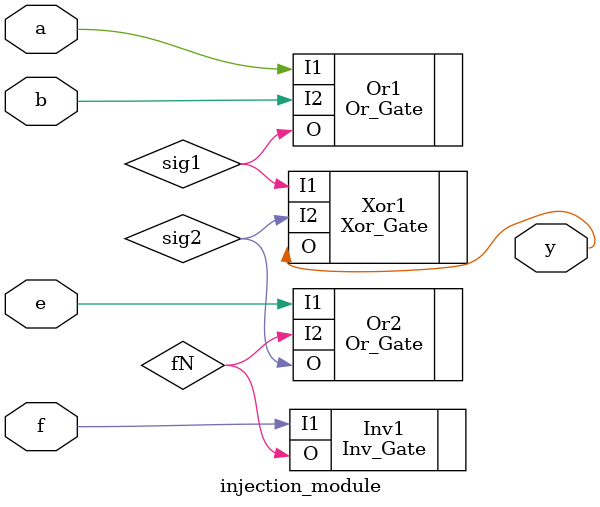
<source format=v>
module injection_module ( input a,b,e,f,
			  output y);
	wire sig1,sig2,fN;

	Inv_Gate Inv1(
		.I1(f),
		.O(fN)
	);

	Or_Gate Or1(
		.I1(a),
		.I2(b),
		.O(sig1)
	);

	Or_Gate Or2(
                .I1(e),
                .I2(fN),
                .O(sig2)
        );

	Xor_Gate Xor1(
		.I1(sig1),
		.I2(sig2),
		.O(y)
	);
	
endmodule	

</source>
